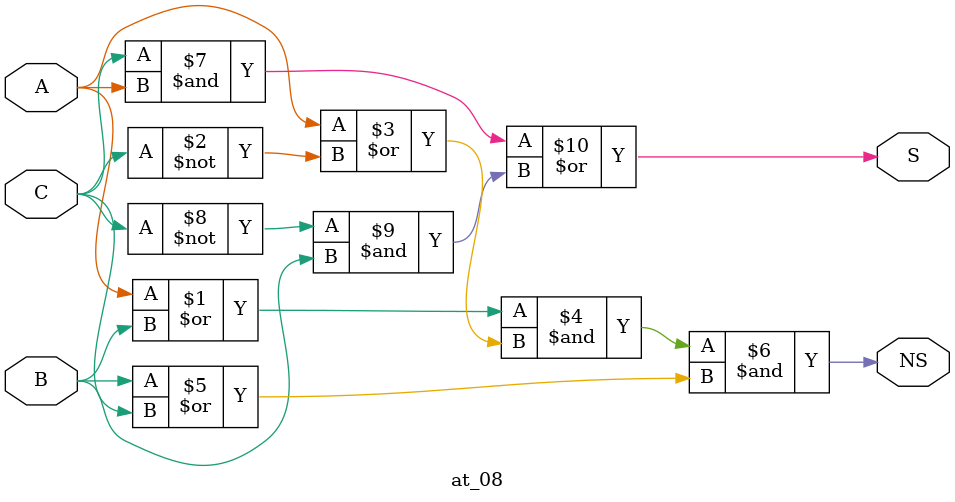
<source format=v>
module at_08(
    input A, B, C,
    output NS, S
);

assign NS = (A | B) & (A | ~C) & (B | C);
assign S = (C & A) | (~C & B);
    
endmodule
</source>
